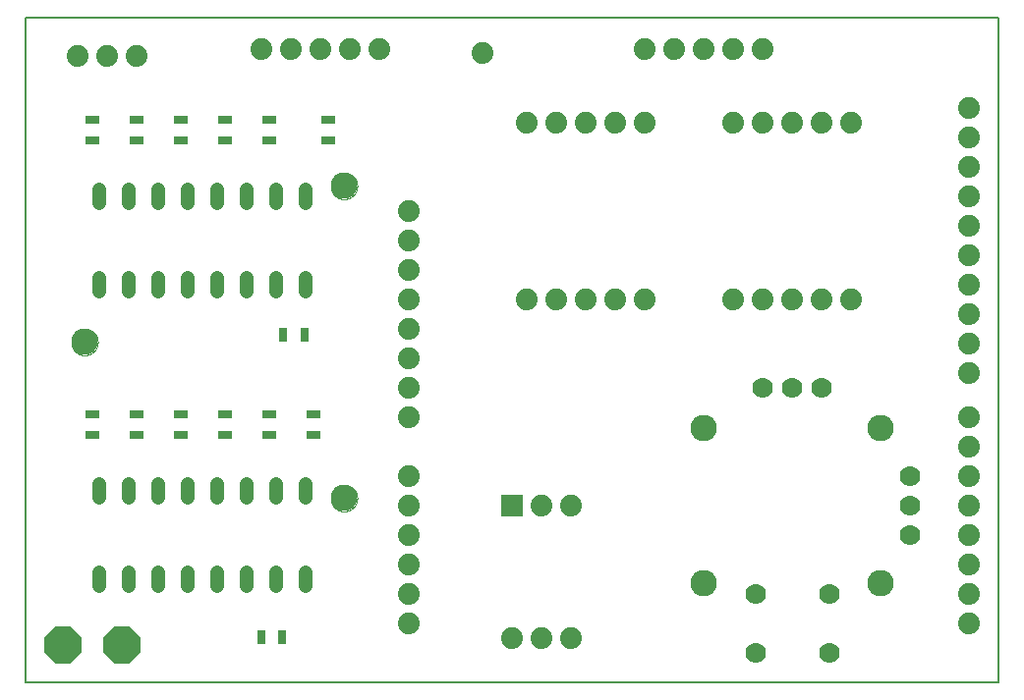
<source format=gts>
G75*
%MOIN*%
%OFA0B0*%
%FSLAX25Y25*%
%IPPOS*%
%LPD*%
%AMOC8*
5,1,8,0,0,1.08239X$1,22.5*
%
%ADD10C,0.00800*%
%ADD11C,0.00000*%
%ADD12C,0.09000*%
%ADD13C,0.04800*%
%ADD14C,0.07400*%
%ADD15C,0.07000*%
%ADD16R,0.07400X0.07400*%
%ADD17OC8,0.12400*%
%ADD18R,0.03150X0.04724*%
%ADD19R,0.04724X0.03150*%
D10*
X0001500Y0002800D02*
X0001500Y0228300D01*
X0331500Y0228300D01*
X0331500Y0002800D01*
X0001500Y0002800D01*
D11*
X0105000Y0065300D02*
X0105002Y0065434D01*
X0105008Y0065568D01*
X0105018Y0065701D01*
X0105032Y0065835D01*
X0105050Y0065968D01*
X0105072Y0066100D01*
X0105097Y0066231D01*
X0105127Y0066362D01*
X0105161Y0066492D01*
X0105198Y0066620D01*
X0105239Y0066748D01*
X0105284Y0066874D01*
X0105333Y0066999D01*
X0105385Y0067122D01*
X0105441Y0067244D01*
X0105501Y0067364D01*
X0105564Y0067482D01*
X0105631Y0067598D01*
X0105701Y0067712D01*
X0105775Y0067824D01*
X0105852Y0067934D01*
X0105932Y0068042D01*
X0106015Y0068147D01*
X0106101Y0068249D01*
X0106190Y0068349D01*
X0106283Y0068446D01*
X0106378Y0068541D01*
X0106476Y0068632D01*
X0106576Y0068721D01*
X0106679Y0068806D01*
X0106785Y0068889D01*
X0106893Y0068968D01*
X0107003Y0069044D01*
X0107116Y0069117D01*
X0107231Y0069186D01*
X0107347Y0069252D01*
X0107466Y0069314D01*
X0107586Y0069373D01*
X0107709Y0069428D01*
X0107832Y0069480D01*
X0107957Y0069527D01*
X0108084Y0069571D01*
X0108212Y0069612D01*
X0108341Y0069648D01*
X0108471Y0069681D01*
X0108602Y0069709D01*
X0108733Y0069734D01*
X0108866Y0069755D01*
X0108999Y0069772D01*
X0109132Y0069785D01*
X0109266Y0069794D01*
X0109400Y0069799D01*
X0109534Y0069800D01*
X0109667Y0069797D01*
X0109801Y0069790D01*
X0109935Y0069779D01*
X0110068Y0069764D01*
X0110201Y0069745D01*
X0110333Y0069722D01*
X0110464Y0069696D01*
X0110594Y0069665D01*
X0110724Y0069630D01*
X0110852Y0069592D01*
X0110979Y0069550D01*
X0111105Y0069504D01*
X0111230Y0069454D01*
X0111353Y0069401D01*
X0111474Y0069344D01*
X0111594Y0069283D01*
X0111711Y0069219D01*
X0111827Y0069152D01*
X0111941Y0069081D01*
X0112052Y0069006D01*
X0112161Y0068929D01*
X0112268Y0068848D01*
X0112373Y0068764D01*
X0112474Y0068677D01*
X0112574Y0068587D01*
X0112670Y0068494D01*
X0112764Y0068398D01*
X0112855Y0068299D01*
X0112942Y0068198D01*
X0113027Y0068094D01*
X0113109Y0067988D01*
X0113187Y0067880D01*
X0113262Y0067769D01*
X0113334Y0067656D01*
X0113403Y0067540D01*
X0113468Y0067423D01*
X0113529Y0067304D01*
X0113587Y0067183D01*
X0113641Y0067061D01*
X0113692Y0066937D01*
X0113739Y0066811D01*
X0113782Y0066684D01*
X0113821Y0066556D01*
X0113857Y0066427D01*
X0113888Y0066297D01*
X0113916Y0066166D01*
X0113940Y0066034D01*
X0113960Y0065901D01*
X0113976Y0065768D01*
X0113988Y0065635D01*
X0113996Y0065501D01*
X0114000Y0065367D01*
X0114000Y0065233D01*
X0113996Y0065099D01*
X0113988Y0064965D01*
X0113976Y0064832D01*
X0113960Y0064699D01*
X0113940Y0064566D01*
X0113916Y0064434D01*
X0113888Y0064303D01*
X0113857Y0064173D01*
X0113821Y0064044D01*
X0113782Y0063916D01*
X0113739Y0063789D01*
X0113692Y0063663D01*
X0113641Y0063539D01*
X0113587Y0063417D01*
X0113529Y0063296D01*
X0113468Y0063177D01*
X0113403Y0063060D01*
X0113334Y0062944D01*
X0113262Y0062831D01*
X0113187Y0062720D01*
X0113109Y0062612D01*
X0113027Y0062506D01*
X0112942Y0062402D01*
X0112855Y0062301D01*
X0112764Y0062202D01*
X0112670Y0062106D01*
X0112574Y0062013D01*
X0112474Y0061923D01*
X0112373Y0061836D01*
X0112268Y0061752D01*
X0112161Y0061671D01*
X0112052Y0061594D01*
X0111941Y0061519D01*
X0111827Y0061448D01*
X0111711Y0061381D01*
X0111594Y0061317D01*
X0111474Y0061256D01*
X0111353Y0061199D01*
X0111230Y0061146D01*
X0111105Y0061096D01*
X0110979Y0061050D01*
X0110852Y0061008D01*
X0110724Y0060970D01*
X0110594Y0060935D01*
X0110464Y0060904D01*
X0110333Y0060878D01*
X0110201Y0060855D01*
X0110068Y0060836D01*
X0109935Y0060821D01*
X0109801Y0060810D01*
X0109667Y0060803D01*
X0109534Y0060800D01*
X0109400Y0060801D01*
X0109266Y0060806D01*
X0109132Y0060815D01*
X0108999Y0060828D01*
X0108866Y0060845D01*
X0108733Y0060866D01*
X0108602Y0060891D01*
X0108471Y0060919D01*
X0108341Y0060952D01*
X0108212Y0060988D01*
X0108084Y0061029D01*
X0107957Y0061073D01*
X0107832Y0061120D01*
X0107709Y0061172D01*
X0107586Y0061227D01*
X0107466Y0061286D01*
X0107347Y0061348D01*
X0107231Y0061414D01*
X0107116Y0061483D01*
X0107003Y0061556D01*
X0106893Y0061632D01*
X0106785Y0061711D01*
X0106679Y0061794D01*
X0106576Y0061879D01*
X0106476Y0061968D01*
X0106378Y0062059D01*
X0106283Y0062154D01*
X0106190Y0062251D01*
X0106101Y0062351D01*
X0106015Y0062453D01*
X0105932Y0062558D01*
X0105852Y0062666D01*
X0105775Y0062776D01*
X0105701Y0062888D01*
X0105631Y0063002D01*
X0105564Y0063118D01*
X0105501Y0063236D01*
X0105441Y0063356D01*
X0105385Y0063478D01*
X0105333Y0063601D01*
X0105284Y0063726D01*
X0105239Y0063852D01*
X0105198Y0063980D01*
X0105161Y0064108D01*
X0105127Y0064238D01*
X0105097Y0064369D01*
X0105072Y0064500D01*
X0105050Y0064632D01*
X0105032Y0064765D01*
X0105018Y0064899D01*
X0105008Y0065032D01*
X0105002Y0065166D01*
X0105000Y0065300D01*
X0017000Y0118300D02*
X0017002Y0118434D01*
X0017008Y0118568D01*
X0017018Y0118701D01*
X0017032Y0118835D01*
X0017050Y0118968D01*
X0017072Y0119100D01*
X0017097Y0119231D01*
X0017127Y0119362D01*
X0017161Y0119492D01*
X0017198Y0119620D01*
X0017239Y0119748D01*
X0017284Y0119874D01*
X0017333Y0119999D01*
X0017385Y0120122D01*
X0017441Y0120244D01*
X0017501Y0120364D01*
X0017564Y0120482D01*
X0017631Y0120598D01*
X0017701Y0120712D01*
X0017775Y0120824D01*
X0017852Y0120934D01*
X0017932Y0121042D01*
X0018015Y0121147D01*
X0018101Y0121249D01*
X0018190Y0121349D01*
X0018283Y0121446D01*
X0018378Y0121541D01*
X0018476Y0121632D01*
X0018576Y0121721D01*
X0018679Y0121806D01*
X0018785Y0121889D01*
X0018893Y0121968D01*
X0019003Y0122044D01*
X0019116Y0122117D01*
X0019231Y0122186D01*
X0019347Y0122252D01*
X0019466Y0122314D01*
X0019586Y0122373D01*
X0019709Y0122428D01*
X0019832Y0122480D01*
X0019957Y0122527D01*
X0020084Y0122571D01*
X0020212Y0122612D01*
X0020341Y0122648D01*
X0020471Y0122681D01*
X0020602Y0122709D01*
X0020733Y0122734D01*
X0020866Y0122755D01*
X0020999Y0122772D01*
X0021132Y0122785D01*
X0021266Y0122794D01*
X0021400Y0122799D01*
X0021534Y0122800D01*
X0021667Y0122797D01*
X0021801Y0122790D01*
X0021935Y0122779D01*
X0022068Y0122764D01*
X0022201Y0122745D01*
X0022333Y0122722D01*
X0022464Y0122696D01*
X0022594Y0122665D01*
X0022724Y0122630D01*
X0022852Y0122592D01*
X0022979Y0122550D01*
X0023105Y0122504D01*
X0023230Y0122454D01*
X0023353Y0122401D01*
X0023474Y0122344D01*
X0023594Y0122283D01*
X0023711Y0122219D01*
X0023827Y0122152D01*
X0023941Y0122081D01*
X0024052Y0122006D01*
X0024161Y0121929D01*
X0024268Y0121848D01*
X0024373Y0121764D01*
X0024474Y0121677D01*
X0024574Y0121587D01*
X0024670Y0121494D01*
X0024764Y0121398D01*
X0024855Y0121299D01*
X0024942Y0121198D01*
X0025027Y0121094D01*
X0025109Y0120988D01*
X0025187Y0120880D01*
X0025262Y0120769D01*
X0025334Y0120656D01*
X0025403Y0120540D01*
X0025468Y0120423D01*
X0025529Y0120304D01*
X0025587Y0120183D01*
X0025641Y0120061D01*
X0025692Y0119937D01*
X0025739Y0119811D01*
X0025782Y0119684D01*
X0025821Y0119556D01*
X0025857Y0119427D01*
X0025888Y0119297D01*
X0025916Y0119166D01*
X0025940Y0119034D01*
X0025960Y0118901D01*
X0025976Y0118768D01*
X0025988Y0118635D01*
X0025996Y0118501D01*
X0026000Y0118367D01*
X0026000Y0118233D01*
X0025996Y0118099D01*
X0025988Y0117965D01*
X0025976Y0117832D01*
X0025960Y0117699D01*
X0025940Y0117566D01*
X0025916Y0117434D01*
X0025888Y0117303D01*
X0025857Y0117173D01*
X0025821Y0117044D01*
X0025782Y0116916D01*
X0025739Y0116789D01*
X0025692Y0116663D01*
X0025641Y0116539D01*
X0025587Y0116417D01*
X0025529Y0116296D01*
X0025468Y0116177D01*
X0025403Y0116060D01*
X0025334Y0115944D01*
X0025262Y0115831D01*
X0025187Y0115720D01*
X0025109Y0115612D01*
X0025027Y0115506D01*
X0024942Y0115402D01*
X0024855Y0115301D01*
X0024764Y0115202D01*
X0024670Y0115106D01*
X0024574Y0115013D01*
X0024474Y0114923D01*
X0024373Y0114836D01*
X0024268Y0114752D01*
X0024161Y0114671D01*
X0024052Y0114594D01*
X0023941Y0114519D01*
X0023827Y0114448D01*
X0023711Y0114381D01*
X0023594Y0114317D01*
X0023474Y0114256D01*
X0023353Y0114199D01*
X0023230Y0114146D01*
X0023105Y0114096D01*
X0022979Y0114050D01*
X0022852Y0114008D01*
X0022724Y0113970D01*
X0022594Y0113935D01*
X0022464Y0113904D01*
X0022333Y0113878D01*
X0022201Y0113855D01*
X0022068Y0113836D01*
X0021935Y0113821D01*
X0021801Y0113810D01*
X0021667Y0113803D01*
X0021534Y0113800D01*
X0021400Y0113801D01*
X0021266Y0113806D01*
X0021132Y0113815D01*
X0020999Y0113828D01*
X0020866Y0113845D01*
X0020733Y0113866D01*
X0020602Y0113891D01*
X0020471Y0113919D01*
X0020341Y0113952D01*
X0020212Y0113988D01*
X0020084Y0114029D01*
X0019957Y0114073D01*
X0019832Y0114120D01*
X0019709Y0114172D01*
X0019586Y0114227D01*
X0019466Y0114286D01*
X0019347Y0114348D01*
X0019231Y0114414D01*
X0019116Y0114483D01*
X0019003Y0114556D01*
X0018893Y0114632D01*
X0018785Y0114711D01*
X0018679Y0114794D01*
X0018576Y0114879D01*
X0018476Y0114968D01*
X0018378Y0115059D01*
X0018283Y0115154D01*
X0018190Y0115251D01*
X0018101Y0115351D01*
X0018015Y0115453D01*
X0017932Y0115558D01*
X0017852Y0115666D01*
X0017775Y0115776D01*
X0017701Y0115888D01*
X0017631Y0116002D01*
X0017564Y0116118D01*
X0017501Y0116236D01*
X0017441Y0116356D01*
X0017385Y0116478D01*
X0017333Y0116601D01*
X0017284Y0116726D01*
X0017239Y0116852D01*
X0017198Y0116980D01*
X0017161Y0117108D01*
X0017127Y0117238D01*
X0017097Y0117369D01*
X0017072Y0117500D01*
X0017050Y0117632D01*
X0017032Y0117765D01*
X0017018Y0117899D01*
X0017008Y0118032D01*
X0017002Y0118166D01*
X0017000Y0118300D01*
X0105000Y0171300D02*
X0105002Y0171434D01*
X0105008Y0171568D01*
X0105018Y0171701D01*
X0105032Y0171835D01*
X0105050Y0171968D01*
X0105072Y0172100D01*
X0105097Y0172231D01*
X0105127Y0172362D01*
X0105161Y0172492D01*
X0105198Y0172620D01*
X0105239Y0172748D01*
X0105284Y0172874D01*
X0105333Y0172999D01*
X0105385Y0173122D01*
X0105441Y0173244D01*
X0105501Y0173364D01*
X0105564Y0173482D01*
X0105631Y0173598D01*
X0105701Y0173712D01*
X0105775Y0173824D01*
X0105852Y0173934D01*
X0105932Y0174042D01*
X0106015Y0174147D01*
X0106101Y0174249D01*
X0106190Y0174349D01*
X0106283Y0174446D01*
X0106378Y0174541D01*
X0106476Y0174632D01*
X0106576Y0174721D01*
X0106679Y0174806D01*
X0106785Y0174889D01*
X0106893Y0174968D01*
X0107003Y0175044D01*
X0107116Y0175117D01*
X0107231Y0175186D01*
X0107347Y0175252D01*
X0107466Y0175314D01*
X0107586Y0175373D01*
X0107709Y0175428D01*
X0107832Y0175480D01*
X0107957Y0175527D01*
X0108084Y0175571D01*
X0108212Y0175612D01*
X0108341Y0175648D01*
X0108471Y0175681D01*
X0108602Y0175709D01*
X0108733Y0175734D01*
X0108866Y0175755D01*
X0108999Y0175772D01*
X0109132Y0175785D01*
X0109266Y0175794D01*
X0109400Y0175799D01*
X0109534Y0175800D01*
X0109667Y0175797D01*
X0109801Y0175790D01*
X0109935Y0175779D01*
X0110068Y0175764D01*
X0110201Y0175745D01*
X0110333Y0175722D01*
X0110464Y0175696D01*
X0110594Y0175665D01*
X0110724Y0175630D01*
X0110852Y0175592D01*
X0110979Y0175550D01*
X0111105Y0175504D01*
X0111230Y0175454D01*
X0111353Y0175401D01*
X0111474Y0175344D01*
X0111594Y0175283D01*
X0111711Y0175219D01*
X0111827Y0175152D01*
X0111941Y0175081D01*
X0112052Y0175006D01*
X0112161Y0174929D01*
X0112268Y0174848D01*
X0112373Y0174764D01*
X0112474Y0174677D01*
X0112574Y0174587D01*
X0112670Y0174494D01*
X0112764Y0174398D01*
X0112855Y0174299D01*
X0112942Y0174198D01*
X0113027Y0174094D01*
X0113109Y0173988D01*
X0113187Y0173880D01*
X0113262Y0173769D01*
X0113334Y0173656D01*
X0113403Y0173540D01*
X0113468Y0173423D01*
X0113529Y0173304D01*
X0113587Y0173183D01*
X0113641Y0173061D01*
X0113692Y0172937D01*
X0113739Y0172811D01*
X0113782Y0172684D01*
X0113821Y0172556D01*
X0113857Y0172427D01*
X0113888Y0172297D01*
X0113916Y0172166D01*
X0113940Y0172034D01*
X0113960Y0171901D01*
X0113976Y0171768D01*
X0113988Y0171635D01*
X0113996Y0171501D01*
X0114000Y0171367D01*
X0114000Y0171233D01*
X0113996Y0171099D01*
X0113988Y0170965D01*
X0113976Y0170832D01*
X0113960Y0170699D01*
X0113940Y0170566D01*
X0113916Y0170434D01*
X0113888Y0170303D01*
X0113857Y0170173D01*
X0113821Y0170044D01*
X0113782Y0169916D01*
X0113739Y0169789D01*
X0113692Y0169663D01*
X0113641Y0169539D01*
X0113587Y0169417D01*
X0113529Y0169296D01*
X0113468Y0169177D01*
X0113403Y0169060D01*
X0113334Y0168944D01*
X0113262Y0168831D01*
X0113187Y0168720D01*
X0113109Y0168612D01*
X0113027Y0168506D01*
X0112942Y0168402D01*
X0112855Y0168301D01*
X0112764Y0168202D01*
X0112670Y0168106D01*
X0112574Y0168013D01*
X0112474Y0167923D01*
X0112373Y0167836D01*
X0112268Y0167752D01*
X0112161Y0167671D01*
X0112052Y0167594D01*
X0111941Y0167519D01*
X0111827Y0167448D01*
X0111711Y0167381D01*
X0111594Y0167317D01*
X0111474Y0167256D01*
X0111353Y0167199D01*
X0111230Y0167146D01*
X0111105Y0167096D01*
X0110979Y0167050D01*
X0110852Y0167008D01*
X0110724Y0166970D01*
X0110594Y0166935D01*
X0110464Y0166904D01*
X0110333Y0166878D01*
X0110201Y0166855D01*
X0110068Y0166836D01*
X0109935Y0166821D01*
X0109801Y0166810D01*
X0109667Y0166803D01*
X0109534Y0166800D01*
X0109400Y0166801D01*
X0109266Y0166806D01*
X0109132Y0166815D01*
X0108999Y0166828D01*
X0108866Y0166845D01*
X0108733Y0166866D01*
X0108602Y0166891D01*
X0108471Y0166919D01*
X0108341Y0166952D01*
X0108212Y0166988D01*
X0108084Y0167029D01*
X0107957Y0167073D01*
X0107832Y0167120D01*
X0107709Y0167172D01*
X0107586Y0167227D01*
X0107466Y0167286D01*
X0107347Y0167348D01*
X0107231Y0167414D01*
X0107116Y0167483D01*
X0107003Y0167556D01*
X0106893Y0167632D01*
X0106785Y0167711D01*
X0106679Y0167794D01*
X0106576Y0167879D01*
X0106476Y0167968D01*
X0106378Y0168059D01*
X0106283Y0168154D01*
X0106190Y0168251D01*
X0106101Y0168351D01*
X0106015Y0168453D01*
X0105932Y0168558D01*
X0105852Y0168666D01*
X0105775Y0168776D01*
X0105701Y0168888D01*
X0105631Y0169002D01*
X0105564Y0169118D01*
X0105501Y0169236D01*
X0105441Y0169356D01*
X0105385Y0169478D01*
X0105333Y0169601D01*
X0105284Y0169726D01*
X0105239Y0169852D01*
X0105198Y0169980D01*
X0105161Y0170108D01*
X0105127Y0170238D01*
X0105097Y0170369D01*
X0105072Y0170500D01*
X0105050Y0170632D01*
X0105032Y0170765D01*
X0105018Y0170899D01*
X0105008Y0171032D01*
X0105002Y0171166D01*
X0105000Y0171300D01*
D12*
X0109500Y0171300D03*
X0021500Y0118300D03*
X0109500Y0065300D03*
X0231500Y0089050D03*
X0231500Y0036550D03*
X0291500Y0036550D03*
X0291500Y0089050D03*
D13*
X0096500Y0070200D02*
X0096500Y0065400D01*
X0086500Y0065400D02*
X0086500Y0070200D01*
X0076500Y0070200D02*
X0076500Y0065400D01*
X0066500Y0065400D02*
X0066500Y0070200D01*
X0056500Y0070200D02*
X0056500Y0065400D01*
X0046500Y0065400D02*
X0046500Y0070200D01*
X0036500Y0070200D02*
X0036500Y0065400D01*
X0026500Y0065400D02*
X0026500Y0070200D01*
X0026500Y0040200D02*
X0026500Y0035400D01*
X0036500Y0035400D02*
X0036500Y0040200D01*
X0046500Y0040200D02*
X0046500Y0035400D01*
X0056500Y0035400D02*
X0056500Y0040200D01*
X0066500Y0040200D02*
X0066500Y0035400D01*
X0076500Y0035400D02*
X0076500Y0040200D01*
X0086500Y0040200D02*
X0086500Y0035400D01*
X0096500Y0035400D02*
X0096500Y0040200D01*
X0096500Y0135400D02*
X0096500Y0140200D01*
X0086500Y0140200D02*
X0086500Y0135400D01*
X0076500Y0135400D02*
X0076500Y0140200D01*
X0066500Y0140200D02*
X0066500Y0135400D01*
X0056500Y0135400D02*
X0056500Y0140200D01*
X0046500Y0140200D02*
X0046500Y0135400D01*
X0036500Y0135400D02*
X0036500Y0140200D01*
X0026500Y0140200D02*
X0026500Y0135400D01*
X0026500Y0165400D02*
X0026500Y0170200D01*
X0036500Y0170200D02*
X0036500Y0165400D01*
X0046500Y0165400D02*
X0046500Y0170200D01*
X0056500Y0170200D02*
X0056500Y0165400D01*
X0066500Y0165400D02*
X0066500Y0170200D01*
X0076500Y0170200D02*
X0076500Y0165400D01*
X0086500Y0165400D02*
X0086500Y0170200D01*
X0096500Y0170200D02*
X0096500Y0165400D01*
D14*
X0131500Y0162800D03*
X0131500Y0152800D03*
X0131500Y0142800D03*
X0131500Y0132800D03*
X0131500Y0122800D03*
X0131500Y0112800D03*
X0131500Y0102800D03*
X0131500Y0092800D03*
X0131500Y0072800D03*
X0131500Y0062800D03*
X0131500Y0052800D03*
X0131500Y0042800D03*
X0131500Y0032800D03*
X0131500Y0022800D03*
X0166500Y0017800D03*
X0176500Y0017800D03*
X0186500Y0017800D03*
X0186500Y0062741D03*
X0176500Y0062741D03*
X0171500Y0132800D03*
X0181500Y0132800D03*
X0191500Y0132800D03*
X0201500Y0132800D03*
X0211500Y0132800D03*
X0241500Y0132800D03*
X0251500Y0132800D03*
X0261500Y0132800D03*
X0271500Y0132800D03*
X0281500Y0132800D03*
X0321500Y0127800D03*
X0321500Y0117800D03*
X0321500Y0107800D03*
X0321500Y0092800D03*
X0321500Y0082800D03*
X0321500Y0072800D03*
X0321500Y0062800D03*
X0321500Y0052800D03*
X0321500Y0042800D03*
X0321500Y0032800D03*
X0321500Y0022800D03*
X0321500Y0137800D03*
X0321500Y0147800D03*
X0321500Y0157800D03*
X0321500Y0167800D03*
X0321500Y0177800D03*
X0321500Y0187800D03*
X0321500Y0197800D03*
X0281500Y0192800D03*
X0271500Y0192800D03*
X0261500Y0192800D03*
X0251500Y0192800D03*
X0241500Y0192800D03*
X0241500Y0217800D03*
X0231500Y0217800D03*
X0221500Y0217800D03*
X0211500Y0217800D03*
X0211500Y0192800D03*
X0201500Y0192800D03*
X0191500Y0192800D03*
X0181500Y0192800D03*
X0171500Y0192800D03*
X0156500Y0216300D03*
X0121500Y0217800D03*
X0111500Y0217800D03*
X0101500Y0217800D03*
X0091500Y0217800D03*
X0081500Y0217800D03*
X0039000Y0215300D03*
X0029000Y0215300D03*
X0019000Y0215300D03*
X0251500Y0217800D03*
D15*
X0251500Y0102800D03*
X0261500Y0102800D03*
X0271500Y0102800D03*
X0301500Y0072800D03*
X0301500Y0062800D03*
X0301500Y0052800D03*
X0274000Y0032800D03*
X0274000Y0012800D03*
X0249000Y0012800D03*
X0249000Y0032800D03*
D16*
X0166500Y0062741D03*
D17*
X0034000Y0015300D03*
X0014000Y0015300D03*
D18*
X0081457Y0018050D03*
X0088543Y0018050D03*
X0088957Y0120800D03*
X0096043Y0120800D03*
D19*
X0099000Y0093843D03*
X0099000Y0086757D03*
X0084000Y0086757D03*
X0084000Y0093843D03*
X0069000Y0093843D03*
X0069000Y0086757D03*
X0054000Y0086757D03*
X0054000Y0093843D03*
X0039000Y0093843D03*
X0039000Y0086757D03*
X0024000Y0086757D03*
X0024000Y0093843D03*
X0024000Y0186757D03*
X0024000Y0193843D03*
X0039000Y0193843D03*
X0039000Y0186757D03*
X0054000Y0186757D03*
X0054000Y0193843D03*
X0069000Y0193843D03*
X0069000Y0186757D03*
X0084000Y0186757D03*
X0084000Y0193843D03*
X0104000Y0193843D03*
X0104000Y0186757D03*
M02*

</source>
